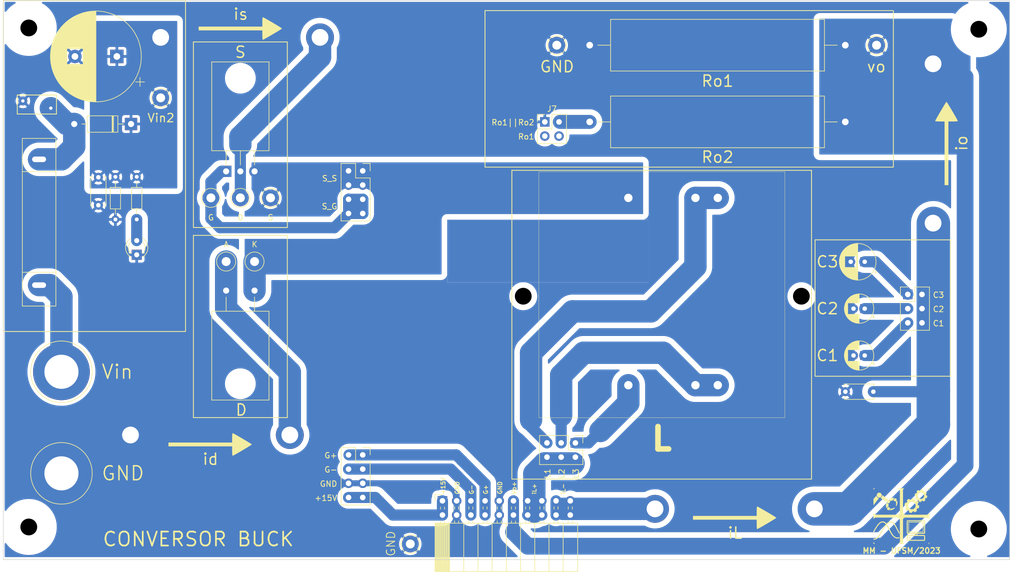
<source format=kicad_pcb>
(kicad_pcb (version 20221018) (generator pcbnew)
  (layers (0 "F.Cu" signal) (31 "B.Cu" signal) (34 "B.Paste" user) (35 "F.Paste" user) (36 "B.SilkS" user "B.Silkscreen") (37 "F.SilkS" user "F.Silkscreen") (38 "B.Mask" user) (39 "F.Mask" user) (44 "Edge.Cuts" user))
  (net 0 "")
  (net 1 "Net-(D1-K)")
  (net 2 "GND")
  (net 3 "Net-(J6-Pin_4)")
  (net 4 "Net-(J6-Pin_5)")
  (net 5 "IL-")
  (net 6 "Net-(D1-A)")
  (net 7 "Net-(D2-A)")
  (net 8 "Net-(J1-Pin_1)")
  (net 9 "15V_F")
  (net 10 "G+")
  (net 11 "IL+")
  (net 12 "Net-(J6-Pin_6)")
  (net 13 "Net-(J5-Pin_1)")
  (net 14 "Net-(J5-Pin_2)")
  (net 15 "Net-(J5-Pin_3)")
  (net 16 "switch_gate")
  (net 17 "Net-(D3-A)")
  (net 18 "Vo+")
  (net 19 "Net-(Q1-D)")
  (net 20 "G-")
  (net 21 "switch_source")
  (net 22 "Net-(J6-Pin_1)")
  (net 23 "Net-(J7-Pin_2)")
  (footprint "LED_THT:LED_D3.0mm" (layer "F.Cu") (at 38.862 60.475 90)
    (fp_text reference "D2" hide)
    (fp_text value "LED")
    (pad "1" thru_hole rect (at 0 0 90) (size 1.8 1.8) (drill 0.9) (layers "*.Cu" "*.Mask") (net 2 "GND"))
    (pad "2" thru_hole circle (at 2.54 0 90) (size 1.8 1.8) (drill 0.9) (layers "*.Cu" "*.Mask") (net 7 "Net-(D2-A)"))
  )
  (footprint "Library:Furo" (layer "F.Cu") (at 19.558 22.499)
    (fp_text reference "H1" hide)
    (fp_text value "MountingHole")
    (pad "" np_thru_hole circle (at 0 -2.6) (size 3 3) (drill 3) (layers "*.Mask") (clearance 3.5))
  )
  (footprint "Connector_PinHeader_2.54mm:PinHeader_2x02_P2.54mm_Vertical" (layer "F.Cu") (at 111.86 36.703)
    (fp_text reference "J7" (at 1.27 -2.33) (layer "F.SilkS"))
    (fp_text value "Conn_02x01")
    (pad "1" thru_hole rect (at 0 0) (size 1.7 1.7) (drill 1) (layers "*.Cu" "*.Mask") (net 2 "GND"))
    (pad "2" thru_hole oval (at 2.54 0) (size 1.7 1.7) (drill 1) (layers "*.Cu" "*.Mask") (net 23 "Net-(J7-Pin_2)"))
    (pad "3" thru_hole oval (at 0 2.54) (size 1.7 1.7) (drill 1) (layers "*.Cu" "*.Mask"))
    (pad "4" thru_hole oval (at 2.54 2.54) (size 1.7 1.7) (drill 1) (layers "*.Cu" "*.Mask"))
  )
  (footprint "Package_TO_SOT_THT:TO-220-2_Horizontal_TabDown" (layer "F.Cu") (at 59.94 66.8812 180)
    (fp_text reference "D3" hide)
    (fp_text value "D")
    (pad "" np_thru_hole oval (at 2.54 -16.66 180) (size 3.5 3.5) (drill 3.5) (layers "*.Cu" "*.Mask"))
    (pad "1" thru_hole rect (at 0 0 180) (size 2 2) (drill 1.1) (layers "*.Cu" "*.Mask") (net 21 "switch_source"))
    (pad "2" thru_hole oval (at 5.08 0 180) (size 2 2) (drill 1.1) (layers "*.Cu" "*.Mask") (net 17 "Net-(D3-A)"))
  )
  (footprint "TestPoint:TestPoint_Loop_D2.60mm_Drill1.6mm_Beaded" (layer "F.Cu") (at 52.132 50.292)
    (fp_text reference "TP5" hide)
    (fp_text value "TestPoint")
    (pad "1" thru_hole circle (at 0 0) (size 3 3) (drill 1.6) (layers "*.Cu" "*.Mask") (net 16 "switch_gate"))
  )
  (footprint "Capacitor_THT:CP_Radial_D5.0mm_P2.00mm" (layer "F.Cu") (at 169.07638 78.486 180)
    (fp_text reference "C5" hide)
    (fp_text value "4.7u")
    (pad "1" thru_hole rect (at 0 0 180) (size 1.6 1.6) (drill 0.8) (layers "*.Cu" "*.Mask") (net 12 "Net-(J6-Pin_6)"))
    (pad "2" thru_hole circle (at 2 0 180) (size 1.6 1.6) (drill 0.8) (layers "*.Cu" "*.Mask") (net 2 "GND"))
  )
  (footprint "LOGO" (layer "F.Cu") (at 57.45695 20)
    (fp_text reference "G***" hide)
    (fp_text value "LOGO" hide)
  )
  (footprint "Connector_PinHeader_2.54mm:PinHeader_2x03_P2.54mm_Vertical" (layer "F.Cu") (at 176.784 67.564)
    (fp_text reference "J6" hide)
    (fp_text value "Conn_02x03_Counter_Clockwise")
    (pad "1" thru_hole oval (at 2.54 5.08) (size 1.7 1.7) (drill 1) (layers "*.Cu" "*.Mask") (net 22 "Net-(J6-Pin_1)"))
    (pad "2" thru_hole oval (at 2.54 2.54) (size 1.7 1.7) (drill 1) (layers "*.Cu" "*.Mask") (net 22 "Net-(J6-Pin_1)"))
    (pad "3" thru_hole oval (at 2.54 0) (size 1.7 1.7) (drill 1) (layers "*.Cu" "*.Mask") (net 22 "Net-(J6-Pin_1)"))
    (pad "4" thru_hole rect (at 0 0) (size 1.7 1.7) (drill 1) (layers "*.Cu" "*.Mask") (net 3 "Net-(J6-Pin_4)"))
    (pad "5" thru_hole oval (at 0 2.54) (size 1.7 1.7) (drill 1) (layers "*.Cu" "*.Mask") (net 4 "Net-(J6-Pin_5)"))
    (pad "6" thru_hole oval (at 0 5.08) (size 1.7 1.7) (drill 1) (layers "*.Cu" "*.Mask") (net 12 "Net-(J6-Pin_6)"))
  )
  (footprint "TestPoint:TestPoint_Loop_D2.60mm_Drill1.6mm_Beaded" (layer "F.Cu") (at 62.8 50.292)
    (fp_text reference "TP6" hide)
    (fp_text value "TestPoint")
    (pad "1" thru_hole circle (at 0 0) (size 3 3) (drill 1.6) (layers "*.Cu" "*.Mask") (net 21 "switch_source"))
  )
  (footprint "Capacitor_THT:CP_Radial_D6.3mm_P2.50mm" (layer "F.Cu") (at 169.07638 61.722 180)
    (fp_text reference "C3" hide)
    (fp_text value "22u")
    (pad "1" thru_hole rect (at 0 0 180) (size 1.6 1.6) (drill 0.8) (layers "*.Cu" "*.Mask") (net 3 "Net-(J6-Pin_4)"))
    (pad "2" thru_hole circle (at 2.5 0 180) (size 1.6 1.6) (drill 0.8) (layers "*.Cu" "*.Mask") (net 2 "GND"))
  )
  (footprint "TestPoint:TestPoint_Loop_D2.60mm_Drill1.6mm_Beaded" (layer "F.Cu") (at 171.2 22.987)
    (fp_text reference "TP12" hide)
    (fp_text value "TestPoint")
    (pad "1" thru_hole circle (at 0 0) (size 3 3) (drill 1.6) (layers "*.Cu" "*.Mask") (net 18 "Vo+"))
  )
  (footprint "TestPoint:TestPoint_Loop_D2.60mm_Drill1.6mm_Beaded" (layer "F.Cu") (at 57.4 50.292)
    (fp_text reference "TP4" hide)
    (fp_text value "TestPoint")
    (pad "1" thru_hole circle (at 0 0) (size 3 3) (drill 1.6) (layers "*.Cu" "*.Mask") (net 19 "Net-(Q1-D)"))
  )
  (footprint "LOGO" (layer "F.Cu") (at 175.639881 107.2)
    (fp_text reference "G***" hide)
    (fp_text value "LOGO" hide)
  )
  (footprint "LOGO" (layer "F.Cu") (at 145.87895 107.518)
    (fp_text reference "G***" hide)
    (fp_text value "LOGO" hide)
  )
  (footprint "Connector:Banana_Jack_1Pin" (layer "F.Cu") (at 25.4 99.568)
    (fp_text reference "J2" hide)
    (fp_text value "Conn_01x01_Pin")
    (pad "1" thru_hole circle (at 0 0) (size 10.16 10.16) (drill 6.1) (layers "*.Cu" "*.Mask") (net 2 "GND"))
  )
  (footprint "Resistor_THT:R_Axial_Power_L38.0mm_W9.0mm_P45.72mm" (layer "F.Cu") (at 165.608 36.703 180)
    (fp_text reference "Ro2" (at 22.86 -6.297 180) (layer "F.SilkS") (effects (font (size 2 2) (thickness 0.25))))
    (fp_text value "22")
    (pad "1" thru_hole circle (at 0 0 180) (size 2.4 2.4) (drill 1.2) (layers "*.Cu" "*.Mask") (net 18 "Vo+"))
    (pad "2" thru_hole oval (at 45.72 0 180) (size 2.4 2.4) (drill 1.2) (layers "*.Cu" "*.Mask") (net 23 "Net-(J7-Pin_2)"))
  )
  (footprint "TestPoint:TestPoint_Loop_D2.60mm_Drill1.6mm_Beaded" (layer "F.Cu") (at 87.8 112.2)
    (fp_text reference "TP2" hide)
    (fp_text value "TestPoint")
    (pad "1" thru_hole circle (at 0 0) (size 3 3) (drill 1.6) (layers "*.Cu" "*.Mask") (net 2 "GND"))
  )
  (footprint "Resistor_THT:R_Axial_DIN0204_L3.6mm_D1.6mm_P7.62mm_Horizontal" (layer "F.Cu") (at 35.052 46.531 -90)
    (fp_text reference "R2" hide)
    (fp_text value "10k")
    (pad "1" thru_hole circle (at 0 0 270) (size 1.4 1.4) (drill 0.7) (layers "*.Cu" "*.Mask") (net 1 "Net-(D1-K)"))
    (pad "2" thru_hole oval (at 7.62 0 270) (size 1.4 1.4) (drill 0.7) (layers "*.Cu" "*.Mask") (net 2 "GND"))
  )
  (footprint "Connector_PinHeader_2.54mm:PinHeader_2x03_P2.54mm_Vertical" (layer "F.Cu") (at 117.325 94.125 -90)
    (fp_text reference "J5" hide)
    (fp_text value "Conn_02x03_Counter_Clockwise")
    (pad "1" thru_hole rect (at 0 0 270) (size 1.7 1.7) (drill 1) (layers "*.Cu" "*.Mask") (net 13 "Net-(J5-Pin_1)"))
    (pad "2" thru_hole oval (at 0 2.54 270) (size 1.7 1.7) (drill 1) (layers "*.Cu" "*.Mask") (net 14 "Net-(J5-Pin_2)"))
    (pad "3" thru_hole oval (at 0 5.08 270) (size 1.7 1.7) (drill 1) (layers "*.Cu" "*.Mask") (net 15 "Net-(J5-Pin_3)"))
    (pad "4" thru_hole oval (at 2.54 5.08 270) (size 1.7 1.7) (drill 1) (layers "*.Cu" "*.Mask") (net 11 "IL+"))
    (pad "5" thru_hole oval (at 2.54 2.54 270) (size 1.7 1.7) (drill 1) (layers "*.Cu" "*.Mask") (net 11 "IL+"))
    (pad "6" thru_hole oval (at 2.54 0 270) (size 1.7 1.7) (drill 1) (layers "*.Cu" "*.Mask") (net 11 "IL+"))
  )
  (footprint "Diode_THT:D_DO-41_SOD81_P10.16mm_Horizontal" (layer "F.Cu") (at 37.846 37.084 180)
    (fp_text reference "D1" hide)
    (fp_text value "1N4007")
    (pad "1" thru_hole rect (at 0 0 180) (size 2.2 2.2) (drill 1.1) (layers "*.Cu" "*.Mask") (net 1 "Net-(D1-K)"))
    (pad "2" thru_hole oval (at 10.16 0 180) (size 2.2 2.2) (drill 1.1) (layers "*.Cu" "*.Mask") (net 6 "Net-(D1-A)"))
  )
  (footprint "Library:Testpoint_current" (layer "F.Cu") (at 145.822 105.918)
    (fp_text reference "TP10" hide)
    (fp_text value "TestPoint_2Pole")
    (pad "1" thru_hole circle (at -14.25 0) (size 5 5) (drill 3) (layers "*.Cu" "*.Mask") (net 5 "IL-"))
    (pad "2" thru_hole circle (at 14.25 0) (size 5 5) (drill 3) (layers "*.Cu" "*.Mask") (net 22 "Net-(J6-Pin_1)"))
  )
  (footprint "Library:Testpoint_current" (layer "F.Cu") (at 52 92.71)
    (fp_text reference "TP9" hide)
    (fp_text value "TestPoint_2Pole")
    (pad "1" thru_hole circle (at -14.25 0) (size 5 5) (drill 3) (layers "*.Cu" "*.Mask") (net 2 "GND"))
    (pad "2" thru_hole circle (at 14.25 0) (size 5 5) (drill 3) (layers "*.Cu" "*.Mask") (net 17 "Net-(D3-A)"))
  )
  (footprint "LOGO" (layer "F.Cu") (at 183.7052 40.50625 90)
    (fp_text reference "G***" hide)
    (fp_text value "LOGO" hide)
  )
  (footprint "Capacitor_THT:C_Disc_D5.0mm_W2.5mm_P5.00mm" (layer "F.Cu") (at 170.621267 84.963 180)
    (fp_text reference "C6" hide)
    (fp_text value "100n")
    (pad "1" thru_hole circle (at 0 0 180) (size 1.6 1.6) (drill 0.8) (layers "*.Cu" "*.Mask") (net 22 "Net-(J6-Pin_1)"))
    (pad "2" thru_hole circle (at 5 0 180) (size 1.6 1.6) (drill 0.8) (layers "*.Cu" "*.Mask") (net 2 "GND"))
  )
  (footprint "Connector_PinSocket_2.54mm:PinSocket_2x10_P2.54mm_Horizontal" (layer "F.Cu") (at 93.55 104.484 90)
    (fp_text reference "J4" hide)
    (fp_text value "Conn_02x10_Odd_Even")
    (pad "1" thru_hole rect (at 0 0 90) (size 1.7 1.7) (drill 1) (layers "*.Cu" "*.Mask") (net 9 "15V_F"))
    (pad "2" thru_hole oval (at -2.54 0 90) (size 1.7 1.7) (drill 1) (layers "*.Cu" "*.Mask") (net 9 "15V_F"))
    (pad "3" thru_hole oval (at 0 2.54 90) (size 1.7 1.7) (drill 1) (layers "*.Cu" "*.Mask") (net 2 "GND"))
    (pad "4" thru_hole oval (at -2.54 2.54 90) (size 1.7 1.7) (drill 1) (layers "*.Cu" "*.Mask") (net 2 "GND"))
    (pad "5" thru_hole oval (at 0 5.08 90) (size 1.7 1.7) (drill 1) (layers "*.Cu" "*.Mask") (net 20 "G-"))
    (pad "6" thru_hole oval (at -2.54 5.08 90) (size 1.7 1.7) (drill 1) (layers "*.Cu" "*.Mask") (net 20 "G-"))
    (pad "7" thru_hole oval (at 0 7.62 90) (size 1.7 1.7) (drill 1) (layers "*.Cu" "*.Mask") (net 10 "G+"))
    (pad "8" thru_hole oval (at -2.54 7.62 90) (size 1.7 1.7) (drill 1) (layers "*.Cu" "*.Mask") (net 10 "G+"))
    (pad "9" thru_hole oval (at 0 10.16 90) (size 1.7 1.7) (drill 1) (layers "*.Cu" "*.Mask") (net 2 "GND"))
    (pad "10" thru_hole oval (at -2.54 10.16 90) (size 1.7 1.7) (drill 1) (layers "*.Cu" "*.Mask") (net 2 "GND"))
    (pad "11" thru_hole oval (at 0 12.7 90) (size 1.7 1.7) (drill 1) (layers "*.Cu" "*.Mask") (net 18 "Vo+"))
    (pad "12" thru_hole oval (at -2.54 12.7 90) (size 1.7 1.7) (drill 1) (layers "*.Cu" "*.Mask") (net 18 "Vo+"))
    (pad "13" thru_hole oval (at 0 15.24 90) (size 1.7 1.7) (drill 1) (layers "*.Cu" "*.Mask") (net 11 "IL+"))
    (pad "14" thru_hole oval (at -2.54 15.24 90) (size 1.7 1.7) (drill 1) (layers "*.Cu" "*.Mask") (net 11 "IL+"))
    (pad "15" thru_hole oval (at 0 17.78 90) (size 1.7 1.7) (drill 1) (layers "*.Cu" "*.Mask") (net 11 "IL+"))
    (pad "16" thru_hole oval (at -2.54 17.78 90) (size 1.7 1.7) (drill 1) (layers "*.Cu" "*.Mask") (net 11 "IL+"))
    (pad "17" thru_hole oval (at 0 20.32 90) (size 1.7 1.7) (drill 1) (layers "*.Cu" "*.Mask") (net 5 "IL-"))
    (pad "18" thru_hole oval (at -2.54 20.32 90) (size 1.7 1.7) (drill 1) (layers "*.Cu" "*.Mask") (net 5 "IL-"))
    (pad "19" thru_hole oval (at 0 22.86 90) (size 1.7 1.7) (drill 1) (layers "*.Cu" "*.Mask") (net 5 "IL-"))
    (pad "20" thru_hole oval (at -2.54 22.86 90) (size 1.7 1.7) (drill 1) (layers "*.Cu" "*.Mask") (net 5 "IL-"))
  )
  (footprint "Library:Fuse" (layer "F.Cu") (at 21.4 68.9)
    (fp_text reference "F1" hide)
    (fp_text value "Fuse")
    (pad "1" thru_hole oval (at 0 -3) (size 4 2.5) (drill oval 2.5 1) (layers "*.Cu" "*.Mask") (net 8 "Net-(J1-Pin_1)"))
    (pad "2" thru_hole oval (at 0 -25.5) (size 4 2.5) (drill oval 2.5 1) (layers "*.Cu" "*.Mask") (net 6 "Net-(D1-A)"))
  )
  (footprint "Library:Furo" (layer "F.Cu") (at 19.558 111.76)
    (fp_text reference "H2" hide)
    (fp_text value "MountingHole")
    (pad "" np_thru_hole circle (at 0 -2.6) (size 3 3) (drill 3) (layers "*.Mask") (clearance 3.5))
  )
  (footprint "Library:Furo" (layer "F.Cu") (at 189.484 112.121)
    (fp_text reference "H4" hide)
    (fp_text value "MountingHole")
    (pad "" np_thru_hole circle (at 0 -2.6) (size 3 3) (drill 3) (layers "*.Mask") (clearance 3.5))
  )
  (footprint "Library:Testpoint_current" (layer "F.Cu") (at 181.3052 40.5632 90)
    (fp_text reference "TP11" hide)
    (fp_text value "TestPoint_2Pole")
    (pad "1" thru_hole circle (at -14.25 0 90) (size 5 5) (drill 3) (layers "*.Cu" "*.Mask") (net 22 "Net-(J6-Pin_1)"))
    (pad "2" thru_hole circle (at 14.25 0 90) (size 5 5) (drill 3) (layers "*.Cu" "*.Mask") (net 18 "Vo+"))
  )
  (footprint "TestPoint:TestPoint_Loop_D2.60mm_Drill1.6mm_Beaded" (layer "F.Cu") (at 59.94 61.684)
    (fp_text reference "TP7" hide)
    (fp_text value "TestPoint")
    (pad "1" thru_hole circle (at 0 0) (size 3 3) (drill 1.6) (layers "*.Cu" "*.Mask") (net 21 "switch_source"))
  )
  (footprint "Library:Inductor_buck" (layer "F.Cu") (at 105.6 67.6 -90)
    (fp_text reference "L1" hide)
    (fp_text value "L")
    (pad "1" thru_hole circle (at -17.3 -21.2 270) (size 3 3) (drill 1.5) (layers "*.Cu" "*.Mask" "Dwgs.User") (net 21 "switch_source"))
    (pad "2" thru_hole circle (at -17.3 -37.2 270) (size 3 3) (drill 1.5) (layers "*.Cu" "*.Mask") (net 15 "Net-(J5-Pin_3)"))
    (pad "2" thru_hole circle (at -17.3 -33.2 270) (size 3 3) (drill 1.5) (layers "*.Cu" "*.Mask") (net 15 "Net-(J5-Pin_3)"))
    (pad "3" thru_hole circle (at 16.2 -37.2 270) (size 3 3) (drill 1.5) (layers "*.Cu" "*.Mask") (net 14 "Net-(J5-Pin_2)"))
    (pad "3" thru_hole circle (at 16.2 -33.2 270) (size 3 3) (drill 1.5) (layers "*.Cu" "*.Mask") (net 14 "Net-(J5-Pin_2)"))
    (pad "4" thru_hole circle (at 16.2 -21.2 270) (size 3 3) (drill 1.5) (layers "*.Cu" "*.Mask") (net 13 "Net-(J5-Pin_1)"))
  )
  (footprint "Varistor:RV_Disc_D7mm_W3.4mm_P5mm" (layer "F.Cu") (at 23.5 34.25 180)
    (fp_text reference "RV1" hide)
    (fp_text value "Varistor")
    (pad "1" thru_hole circle (at 0 0 180) (size 1.6 1.6) (drill 0.6) (layers "*.Cu" "*.Mask") (net 6 "Net-(D1-A)"))
    (pad "2" thru_hole circle (at 5 1.3 180) (size 1.6 1.6) (drill 0.6) (layers "*.Cu" "*.Mask") (net 2 "GND"))
  )
  (footprint "Connector:Banana_Jack_1Pin" (layer "F.Cu") (at 25.4 81.4)
    (fp_text reference "J1" hide)
    (fp_text value "Conn_01x01_Pin")
    (pad "1" thru_hole circle (at 0 0) (size 10.16 10.16) (drill 6.1) (layers "*.Cu" "*.Mask") (net 8 "Net-(J1-Pin_1)"))
  )
  (footprint "TestPoint:TestPoint_Loop_D2.60mm_Drill1.6mm_Beaded" (layer "F.Cu") (at 114 22.987)
    (fp_text reference "TP13" hide)
    (fp_text value "TestPoint")
    (pad "1" thru_hole circle (at 0 0) (size 3 3) (drill 1.6) (layers "*.Cu" "*.Mask") (net 2 "GND"))
  )
  (footprint "Package_TO_SOT_THT:TO-220-3_Horizontal_TabDown" (layer "F.Cu") (at 54.86 45.552)
    (fp_text reference "Q1" hide)
    (fp_text value "IRF540N")
    (pad "" np_thru_hole oval (at 2.54 -16.66) (size 3.5 3.5) (drill 3.5) (layers "*.Cu" "*.Mask"))
    (pad "1" thru_hole rect (at 0 0) (size 1.905 2) (drill 1.1) (layers "*.Cu" "*.Mask") (net 16 "switch_gate"))
    (pad "2" thru_hole oval (at 2.54 0) (size 1.905 2) (drill 1.1) (layers "*.Cu" "*.Mask") (net 19 "Net-(Q1-D)"))
    (pad "3" thru_hole oval (at 5.08 0) (size 1.905 2) (drill 1.1) (layers "*.Cu" "*.Mask") (net 21 "switch_source"))
  )
  (footprint "Capacitor_THT:CP_Radial_D16.0mm_P7.50mm" (layer "F.Cu") (at 35.312755 25 180)
    (fp_text reference "C1" hide)
    (fp_text value "470u")
    (pad "1" thru_hole rect (at 0 0 180) (size 2.4 2.4) (drill 1.2) (layers "*.Cu" "*.Mask") (net 1 "Net-(D1-K)"))
    (pad "2" thru_hole circle (at 7.5 0 180) (size 2.4 2.4) (drill 1.2) (layers "*.Cu" "*.Mask") (net 2 "GND"))
  )
  (footprint "Library:Testpoint_current" (layer "F.Cu") (at 57.4 21.59)
    (fp_text reference "TP3" hide)
    (fp_text value "TestPoint_2Pole")
    (pad "1" thru_hole circle (at -14.25 0) (size 5 5) (drill 3) (layers "*.Cu" "*.Mask") (net 1 "Net-(D1-K)"))
    (pad "2" thru_hole circle (at 14.25 0) (size 5 5) (drill 3) (layers "*.Cu" "*.Mask") (net 19 "Net-(Q1-D)"))
  )
  (footprint "Capacitor_THT:C_Disc_D5.0mm_W2.5mm_P5.00mm" (layer "F.Cu") (at 32.004 46.611 -90)
    (fp_text reference "C2" hide)
    (fp_text value "100n")
    (pad "1" thru_hole circle (at 0 0 270) (size 1.6 1.6) (drill 0.8) (layers "*.Cu" "*.Mask") (net 1 "Net-(D1-K)"))
    (pad "2" thru_hole circle (at 5 0 270) (size 1.6 1.6) (drill 0.8) (layers "*.Cu" "*.Mask") (net 2 "GND"))
  )
  (footprint "Resistor_THT:R_Axial_Power_L38.0mm_W9.0mm_P45.72mm" (layer "F.Cu") (at 165.608 22.987 180)
    (fp_text reference "Ro1" (at 22.86 -6.413 180) (layer "F.SilkS") (effects (font (size 2 2) (thickness 0.25))))
    (fp_text value "22")
    (pad "1" thru_hole circle (at 0 0 180) (size 2.4 2.4) (drill 1.2) (layers "*.Cu" "*.Mask") (net 18 "Vo+"))
    (pad "2" thru_hole oval (at 45.72 0 180) (size 2.4 2.4) (drill 1.2) (layers "*.Cu" "*.Mask") (net 2 "GND"))
  )
  (footprint "LOGO" (layer "F.Cu") (at 52.05695 94.4)
    (fp_text reference "G***" hide)
    (fp_text value "LOGO" hide)
  )
  (footprint "Resistor_THT:R_Axial_DIN0204_L3.6mm_D1.6mm_P7.62mm_Horizontal" (layer "F.Cu") (at 38.862 46.531 -90)
    (fp_text reference "R1" hide)
    (fp_text value "1.5k")
    (pad "1" thru_hole circle (at 0 0 270) (size 1.4 1.4) (drill 0.7) (layers "*.Cu" "*.Mask") (net 1 "Net-(D1-K)"))
    (pad "2" thru_hole oval (at 7.62 0 270) (size 1.4 1.4) (drill 0.7) (layers "*.Cu" "*.Mask") (net 7 "Net-(D2-A)"))
  )
  (footprint "TestPoint:TestPoint_Loop_D2.60mm_Drill1.6mm_Beaded" (layer "F.Cu") (at 43.15 32.4)
    (fp_text reference "Vin2" (at 0.05 3.6) (layer "F.SilkS") (effects (font (size 1.5 1.5) (thickness 0.2))))
    (fp_text value "TestPoint")
    (pad "1" thru_hole circle (at 0 0) (size 3 3) (drill 1.6) (layers "*.Cu" "*.Mask") (net 1 "Net-(D1-K)"))
  )
  (footprint "Library:Furo" (layer "F.Cu") (at 157.75 70.485)
    (fp_text reference "H6" hide)
    (fp_text value "MountingHole")
    (pad "" np_thru_hole circle (at 0 -2.6) (size 3 3) (drill 3) (layers "*.Mask") (clearance 1))
  )
  (footprint "Library:Furo" (layer "F.Cu") (at 108 70.485)
    (fp_text reference "H5" hide)
    (fp_text value "MountingHole")
    (pad "" np_thru_hole circle (at 0 -2.6) (size 3 3) (drill 3) (layers "*.Mask") (clearance 1))
  )
  (footprint "Library:GateDriver" (layer "F.Cu") (at 79.29 96.266)
    (fp_text reference "J3" hide)
    (fp_text value "Conn_gatedriver")
    (pad "1" thru_hole oval (at -2.54 -50.8) (size 1.7 1.7) (drill 1) (layers "*.Cu" "*.Mask") (net 21 "switch_source"))
    (pad "1" thru_hole rect (at 0 -50.8) (size 1.7 1.7) (drill 1) (layers "*.Cu" "*.Mask") (net 21 "switch_source"))
    (pad "2" thru_hole oval (at -2.54 -48.26) (size 1.7 1.7) (drill 1) (layers "*.Cu" "*.Mask") (net 21 "switch_source"))
    (pad "2" thru_hole oval (at 0 -48.26) (size 1.7 1.7) (drill 1) (layers "*.Cu" "*.Mask") (net 21 "switch_source"))
    (pad "3" thru_hole oval (at -2.54 -45.72) (size 1.7 1.7) (drill 1) (layers "*.Cu" "*.Mask") (net 16 "switch_gate"))
    (pad "3" thru_hole oval (at 0 -45.72) (size 1.7 1.7) (drill 1) (layers "*.Cu" "*.Mask") (net 16 "switch_gate"))
    (pad "4" thru_hole oval (at -2.54 -43.18) (size 1.7 1.7) (drill 1) (layers "*.Cu" "*.Mask") (net 16 "switch_gate"))
    (pad "4" thru_hole oval (at 0 -43.18) (size 1.7 1.7) (drill 1) (layers "*.Cu" "*.Mask") (net 16 "switch_gate"))
    (pad "5" thru_hole oval (at -2.54 0) (size 1.7 1.7) (drill 1) (layers "*.Cu" "*.Mask") (net 10 "G+"))
    (pad "5" thru_hole rect (at 0 0) (size 1.7 1.7) (drill 1) (layers "*.Cu" "*.Mask") (net 10 "G+"))
    (pad "6" thru_hole oval (at -2.54 2.54) (size 1.7 1.7) (drill 1) (layers "*.Cu" "*.Mask") (net 20 "G-"))
    (pad "6" thru_hole oval (at 0 2.54) (size 1.7 1.7) (drill 1) (layers "*.Cu" "*.Mask") (net 20 "G-"))
    (pad "7" thru_hole oval (at -2.54 5.08) (size 1.7 1.7) (drill 1) (layers "*.Cu" "*.Mask") (net 2 "GND"))
    (pad "7" thru_hole oval (at 0 5.08) (size 1.7 1.7) (drill 1) (layers "*.Cu" "*.Mask") (net 2 "GND"))
    (pad "8" thru_hole oval (at -2.54 7.62) (size 1.7 1.7) (drill 1) (layers "*.Cu" "*.Mask") (net 9 "15V_F"))
    (pad "8" thru_hole oval (at 0 7.62) (size 1.7 1.7) (drill 1) (layers "*.Cu" "*.Mask") (net 9 "15V_F"))
  )
  (footprint "TestPoint:TestPoint_Loop_D2.60mm_Drill1.6mm_Beaded" (layer "F.Cu") (at 54.86 61.684)
    (fp_text reference "TP8" hide)
    (fp_text value "TestPoint")
    (pad "1" thru_hole circle (at 0 0) (size 3 3) (drill 1.6) (layers "*.Cu" "*.Mask") (net 17 "Net-(D3-A)"))
  )
  (footprint "Capacitor_THT:CP_Radial_D5.0mm_P2.00mm" (layer "F.Cu") (at 169.07638 70.104 180)
    (fp_text reference "C4" hide)
    (fp_text value "10u")
    (pad "1" thru_hole rect (at 0 0 180) (size 1.6 1.6) (drill 0.8) (layers "*.Cu" "*.Mask") (net 4 "Net-(J6-Pin_5)"))
    (pad "2" thru_hole circle (at 2 0 180) (size 1.6 1.6) (drill 0.8) (layers "*.Cu" "*.Mask") (net 2 "GND"))
  )
  (footprint "Library:Furo" (layer "F.Cu") (at 189.484 22.733)
    (fp_text reference "H3" hide)
    (fp_text value "MountingHole")
    (pad "" np_thru_hole circle (at 0 -2.6) (size 3 3) (drill 3) (layers "*.Mask") (clearance 3.5))
  )
  (gr_rect (start 101.16 16.8) (end 174.2 44.8) (stroke (width 0.15)) (fill none) (layer "F.SilkS"))
  (gr_rect (start 49 22.4) (end 65.8 55.6) (stroke (width 0.15)) (fill none) (layer "F.SilkS"))
  (gr_rect (start 49 57) (end 65.8 89.6) (stroke (width 0.15)) (fill none) (layer "F.SilkS"))
  (gr_rect (start 160.2 57.8) (end 184.4 82.2) (stroke (width 0.15)) (fill none) (layer "F.SilkS"))
  (gr_rect (start 15 15) (end 47.6 74.2) (stroke (width 0.15)) (fill none) (layer "F.SilkS"))
  (gr_rect (start 105.963579 45.363579) (end 159.564834 100.6) (stroke (width 0.15)) (fill none) (layer "F.SilkS"))
  (gr_rect (start 15 15) (end 195 115) (stroke (width 0.1)) (fill none) (layer "Edge.Cuts"))
  (gr_text "GND" (at 96.6525 103.4 90) (layer "F.SilkS") (effects (font (size 0.75 0.75)) (justify left bottom)))
  (gr_text "L3" (at 118.0125 100.6 90) (layer "F.SilkS") (effects (font (size 1 1)) (justify left bottom)))
  (gr_text "C2" (at 162.4 70.104) (layer "F.SilkS") (effects (font (size 2 2) (thickness 0.25))))
  (gr_text "L" (at 132.764206 93.4) (layer "F.SilkS") (effects (font (size 4 4) (thickness 1) bold)))
  (gr_text "L2" (at 115.4725 100.6 90) (layer "F.SilkS") (effects (font (size 1 1)) (justify left bottom)))
  (gr_text "S_G" (at 71.885714 52.4) (layer "F.SilkS") (effects (font (size 1 1)) (justify left bottom)))
  (gr_text "is" (at 56.001786 18.6) (layer "F.SilkS") (effects (font (size 2 2) (thickness 0.25)) (justify left bottom)))
  (gr_text "C2" (at 181.2 70.7915) (layer "F.SilkS") (effects (font (size 1 1)) (justify left bottom)))
  (gr_text "CONVERSOR BUCK" (at 32.6 112.8) (layer "F.SilkS") (effects (font (size 2.5 2.5) (thickness 0.3)) (justify left bottom)))
  (gr_text "io" (at 187.6 42.056653 90) (layer "F.SilkS") (effects (font (size 2 2) (thickness 0.25)) (justify left bottom)))
  (gr_text "C3" (at 162.4 61.722) (layer "F.SilkS") (effects (font (size 2 2) (thickness 0.25))))
  (gr_text "G-" (at 72.361905 99.4935) (layer "F.SilkS") (effects (font (size 1 1)) (justify left bottom)))
  (gr_text "D" (at 56.8125 54.4) (layer "F.SilkS") (effects (font (size 1 1)) (justify left bottom)))
  (gr_text "C1" (at 162.4 78.486) (layer "F.SilkS") (effects (font (size 2 2) (thickness 0.25))))
  (gr_text "GND" (at 104.2725 103.4 90) (layer "F.SilkS") (effects (font (size 0.75 0.75)) (justify left bottom)))
  (gr_text "S" (at 62.23631 54.4) (layer "F.SilkS") (effects (font (size 1 1)) (justify left bottom)))
  (gr_text "C3" (at 181.2 68.2515) (layer "F.SilkS") (effects (font (size 1 1)) (justify left bottom)))
  (gr_text "MM - UFSM/2023" (at 168.6 114) (layer "F.SilkS") (effects (font (size 1 1) (thickness 0.2) bold) (justify left bottom)))
  (gr_text "iL" (at 144.423786 111.4) (layer "F.SilkS") (effects (font (size 2 2) (thickness 0.25)) (justify left bottom)))
  (gr_text "GND" (at 36.4 99.568) (layer "F.SilkS") (effects (font (size 2.5 2.5) (thickness 0.25))))
  (gr_text "K" (at 59.3525 59.2) (layer "F.SilkS") (effects (font (size 1 1)) (justify left bottom)))
  (gr_text "GND" (at 71.552381 102.0335) (layer "F.SilkS") (effects (font (size 1 1)) (justify left bottom)))
  (gr_text "GND" (at 85.2 114.523215 90) (layer "F.SilkS") (effects (font (size 1.5 1.5)) (justify left bottom)))
  (gr_text "GND" (at 110.839881 28) (layer "F.SilkS") (effects (font (size 2 2) (thickness 0.25)) (justify left bottom)))
  (gr_text "Vin" (at 35.388095 81.4) (layer "F.SilkS") (effects (font (size 2.5 2.5) (thickness 0.25))))
  (gr_text "Ro1" (at 107 39.9305) (layer "F.SilkS") (effects (font (size 1 1)) (justify left bottom)))
  (gr_text "G" (at 51.5445 54.4) (layer "F.SilkS") (effects (font (size 1 1)) (justify left bottom)))
  (gr_text "D" (at 56.4 89.4) (layer "F.SilkS") (effects (font (size 2 2) (thickness 0.25)) (justify left bottom)))
  (gr_text "iL-" (at 115.6 103.4 90) (layer "F.SilkS") (effects (font (size 0.75 0.75)) (justify left bottom)))
  (gr_text "id" (at 50.506548 98.2) (layer "F.SilkS") (effects (font (size 2 2) (thickness 0.25)) (justify left bottom)))
  (gr_text "L1" (at 112.9325 100.6 90) (layer "F.SilkS") (effects (font (size 1 1)) (justify left bottom)))
  (gr_text "C1" (at 181.2 73.3315) (layer "F.SilkS") (effects (font (size 1 1)) (justify left bottom)))
  (gr_text "G-" (at 99.1925 103.4 90) (layer "F.SilkS") (effects (font (size 0.75 0.75)) (justify left bottom)))
  (gr_text "G+" (at 101.7325 103.4 90) (layer "F.SilkS") (effects (font (size 0.75 0.75)) (justify left bottom)))
  (gr_text "+15V" (at 94.1125 103.4 90) (layer "F.SilkS") (effects (font (size 0.75 0.75) (thickness 0.15) bold) (justify left bottom)))
  (gr_text "S_S" (at 71.933333 47.4) (layer "F.SilkS") (effects (font (size 1 1)) (justify left bottom)))
  (gr_text "iL+" (at 110.4 103.4 90) (layer "F.SilkS") (effects (font (size 0.7 0.75)) (justify left bottom)))
  (gr_text "+15V" (at 70.6 104.5735) (layer "F.SilkS") (effects (font (size 1 1)) (justify left bottom)))
  (gr_text "vo" (at 169.325595 28) (layer "F.SilkS") (effects (font (size 2 2) (thickness 0.25)) (justify left bottom)))
  (gr_text "A" (at 54.343929 59.2) (layer "F.SilkS") (effects (font (size 1 1)) (justify left bottom)))
  (gr_text "Vo+" (at 106.8125 103.4 90) (layer "F.SilkS") (effects (font (size 0.75 0.75)) (justify left bottom)))
  (gr_text "S" (at 56.2875 25.4) (layer "F.SilkS") (effects (font (size 2 2) (thickness 0.25)) (justify left bottom)))
  (gr_text "Ro1||Ro2" (at 102.238095 37.3905) (layer "F.SilkS") (effects (font (size 1 1)) (justify left bottom)))
  (gr_text "G+" (at 72.361905 96.9535) (layer "F.SilkS") (effects (font (size 1 1)) (justify left bottom)))
  (segment (start 176.784 67.534) (end 170.972 61.722) (width 2) (layer "B.Cu") (net 3))
  (segment (start 170.972 61.722) (end 169.07638 61.722) (width 2) (layer "B.Cu") (net 3))
  (segment (start 176.784 67.564) (end 176.784 67.534) (width 0.25) (layer "B.Cu") (net 3))
  (segment (start 176.784 70.104) (end 169.07638 70.104) (width 2) (layer "B.Cu") (net 4))
  (segment (start 131.572 105.918) (end 115.062 105.918) (width 4) (layer "B.Cu") (net 5))
  (segment (start 113.87 104.484) (end 113.87 107.024) (width 2) (layer "B.Cu") (net 5))
  (segment (start 21.4 43.4) (end 25.4 43.4) (width 4) (layer "B.Cu") (net 6))
  (segment (start 25.4 43.4) (end 27.686 41.114) (width 4) (layer "B.Cu") (net 6))
  (segment (start 26.334 37.084) (end 23.5 34.25) (width 4) (layer "B.Cu") (net 6))
  (segment (start 27.686 37.084) (end 26.334 37.084) (width 4) (layer "B.Cu") (net 6))
  (segment (start 27.686 41.114) (end 27.686 37.084) (width 4) (layer "B.Cu") (net 6))
  (segment (start 38.862 54.151) (end 38.862 57.935) (width 2) (layer "B.Cu") (net 7))
  (segment (start 23.3 65.9) (end 21.4 65.9) (width 4) (layer "B.Cu") (net 8))
  (segment (start 25.4 81.4) (end 25.4 68) (width 4) (layer "B.Cu") (net 8))
  (segment (start 25.4 68) (end 23.3 65.9) (width 4) (layer "B.Cu") (net 8))
  (segment (start 93.55 107.024) (end 84.672 107.024) (width 2) (layer "B.Cu") (net 9))
  (segment (start 93.55 107.024) (end 93.55 104.484) (width 2) (layer "B.Cu") (net 9))
  (segment (start 81.534 103.886) (end 76.75 103.886) (width 2) (layer "B.Cu") (net 9))
  (segment (start 84.672 107.024) (end 81.534 103.886) (width 2) (layer "B.Cu") (net 9))
  (segment (start 96.016 96.266) (end 76.836 96.266) (width 2) (layer "B.Cu") (net 10))
  (segment (start 97 97.25) (end 96.016 96.266) (width 2) (layer "B.Cu") (net 10))
  (segment (start 101.17 107.024) (end 101.17 101.424) (width 2) (layer "B.Cu") (net 10))
  (segment (start 101.17 101.424) (end 97 97.254) (width 2) (layer "B.Cu") (net 10))
  (segment (start 97 97.254) (end 97 97.25) (width 2) (layer "B.Cu") (net 10))
  (segment (start 111.81 97.79) (end 109.982 99.618) (width 4) (layer "B.Cu") (net 11))
  (segment (start 108.79 107.024) (end 111.33 107.024) (width 2) (layer "B.Cu") (net 11))
  (segment (start 117 97.79) (end 111.81 97.79) (width 4) (layer "B.Cu") (net 11))
  (segment (start 109.982 99.618) (end 109.982 106.426) (width 4) (layer "B.Cu") (net 11))
  (segment (start 176.784 72.644) (end 170.942 78.486) (width 2) (layer "B.Cu") (net 12))
  (segment (start 170.942 78.486) (end 169.07638 78.486) (width 2) (layer "B.Cu") (net 12))
  (segment (start 121.8 92) (end 126.8 87) (width 4) (layer "B.Cu") (net 13))
  (segment (start 126.8 87) (end 126.8 83.8) (width 4) (layer "B.Cu") (net 13))
  (segment (start 119.675 94.125) (end 121.8 92) (width 2) (layer "B.Cu") (net 13))
  (segment (start 117.325 94.125) (end 119.675 94.125) (width 2) (layer "B.Cu") (net 13))
  (segment (start 118.8 78) (end 133 78) (width 4) (layer "B.Cu") (net 14))
  (segment (start 133 78) (end 138.8 83.8) (width 4) (layer "B.Cu") (net 14))
  (segment (start 114.785 82.015) (end 118.8 78) (width 4) (layer "B.Cu") (net 14))
  (segment (start 114.785 94.125) (end 114.785 89.2) (width 2) (layer "B.Cu") (net 14))
  (segment (start 138.8 83.8) (end 142.8 83.8) (width 4) (layer "B.Cu") (net 14))
  (segment (start 114.785 89.2) (end 114.785 82.015) (width 4) (layer "B.Cu") (net 14))
  (segment (start 109.4 78) (end 116.8 70.6) (width 4) (layer "B.Cu") (net 15))
  (segment (start 138.8 62.6) (end 138.8 50.3) (width 4) (layer "B.Cu") (net 15))
  (segment (start 112.245 94.125) (end 109.4 91.28) (width 2) (layer "B.Cu") (net 15))
  (segment (start 138.8 50.3) (end 142.8 50.3) (width 4) (layer "B.Cu") (net 15))
  (segment (start 116.8 70.6) (end 130.8 70.6) (width 4) (layer "B.Cu") (net 15))
  (segment (start 130.8 70.6) (end 138.8 62.6) (width 4) (layer "B.Cu") (net 15))
  (segment (start 109.4 90) (end 109.4 78) (width 4) (layer "B.Cu") (net 15))
  (segment (start 109.4 91.28) (end 109.4 90) (width 2) (layer "B.Cu") (net 15))
  (segment (start 76.75 50.546) (end 79.29 53.086) (width 2) (layer "B.Cu") (net 16))
  (segment (start 54.016 45.552) (end 52.132 47.436) (width 2) (layer "B.Cu") (net 16))
  (segment (start 52.132 47.436) (end 52.132 50.292) (width 2) (layer "B.Cu") (net 16))
  (segment (start 74.23 55.626) (end 76.77 53.086) (width 2) (layer "B.Cu") (net 16))
  (segment (start 52.132 50.292) (end 52.2 50.36) (width 2) (layer "B.Cu") (net 16))
  (segment (start 76.77 50.546) (end 79.31 50.546) (width 2) (layer "B.Cu") (net 16))
  (segment (start 76.77 50.546) (end 76.77 53.086) (width 2) (layer "B.Cu") (net 16))
  (segment (start 54.356 45.552) (end 54.016 45.552) (width 2) (layer "B.Cu") (net 16))
  (segment (start 52.132 53.978) (end 53.78 55.626) (width 2) (layer "B.Cu") (net 16))
  (segment (start 52.132 50.36) (end 52.132 53.978) (width 2) (layer "B.Cu") (net 16))
  (segment (start 79.31 53.086) (end 76.77 53.086) (width 2) (layer "B.Cu") (net 16))
  (segment (start 79.31 50.546) (end 79.31 53.086) (width 2) (layer "B.Cu") (net 16))
  (segment (start 53.78 55.626) (end 74.23 55.626) (width 2) (layer "B.Cu") (net 16))
  (segment (start 66.25 81.49) (end 66.25 92.71) (width 4) (layer "B.Cu") (net 17))
  (segment (start 54.86 61.684) (end 54.86 70.1) (width 4) (layer "B.Cu") (net 17))
  (segment (start 54.86 70.1) (end 66.25 81.49) (width 4) (layer "B.Cu") (net 17))
  (segment (start 187.0329 98.0948) (end 187.0329 28.702) (width 3) (layer "B.Cu") (net 18))
  (segment (start 172.5277 112.6) (end 187.0329 98.0948) (width 3) (layer "B.Cu") (net 18))
  (segment (start 106.25 110.06) (end 108.79 112.6) (width 3) (layer "B.Cu") (net 18))
  (segment (start 106.25 104.484) (end 106.25 110.06) (width 2) (layer "B.Cu") (net 18))
  (segment (start 108.79 112.6) (end 172.5277 112.6) (width 3) (layer "B.Cu") (net 18))
  (segment (start 187.0329 28.702) (end 184.6441 26.3132) (width 3) (layer "B.Cu") (net 18))
  (segment (start 184.6441 26.3132) (end 181.3052 26.3132) (width 3) (layer "B.Cu") (net 18))
  (segment (start 57.4 39.374) (end 71.65 25.124) (width 4) (layer "B.Cu") (net 19))
  (segment (start 71.65 25.124) (end 71.65 21.59) (width 4) (layer "B.Cu") (net 19))
  (segment (start 57.4 40.8) (end 57.4 39.374) (width 4) (layer "B.Cu") (net 19))
  (segment (start 57.4 41.906) (end 57.4 50.292) (width 2) (layer "B.Cu") (net 19))
  (segment (start 94.996 98.806) (end 76.75 98.806) (width 2) (layer "B.Cu") (net 20))
  (segment (start 96.345 100.155) (end 94.996 98.806) (width 2) (layer "B.Cu") (net 20))
  (segment (start 98.63 107.024) (end 98.63 102.44) (width 2) (layer "B.Cu") (net 20))
  (segment (start 98.63 102.44) (end 95.082 98.892) (width 2) (layer "B.Cu") (net 20))
  (segment (start 59.94 61.684) (end 59.94 66.8812) (width 4) (layer "B.Cu") (net 21))
  (segment (start 181.356 84.7592) (end 181.1522 84.963) (width 2) (layer "B.Cu") (net 22))
  (segment (start 181.356 84.7592) (end 181.356 90.8431) (width 6) (layer "B.Cu") (net 22))
  (segment (start 181.1522 84.963) (end 170.621267 84.963) (width 2) (layer "B.Cu") (net 22))
  (segment (start 166.2811 105.918) (end 160.072 105.918) (width 6) (layer "B.Cu") (net 22))
  (segment (start 181.356 90.8431) (end 166.2811 105.918) (width 6) (layer "B.Cu") (net 22))
  (segment (start 181.356 84.7592) (end 181.356 54.864) (width 6) (layer "B.Cu") (net 22))
  (segment (start 119.888 36.703) (end 114.549 36.703) (width 2.5) (layer "B.Cu") (net 23))
  (zone (net 2) (net_name "GND") (layer "B.Cu") (priority 10) (connect_pads (clearance 1)) (min_thickness 0.25) (fill yes (thermal_gap 0.5) (thermal_bridge_width 0.5))
    (polygon (pts (xy 130.4 65.4) (xy 130.4 54.2) (xy 94.4 54.2) (xy 94.4 65.4)))
  )
  (zone (net 21) (net_name "switch_source") (layer "B.Cu") (priority 2) (connect_pads (clearance 1)) (min_thickness 0.25) (fill yes (thermal_gap 0.5) (thermal_bridge_width 0.5))
    (polygon (pts (xy 58.166 43.942) (xy 58.166 63.992) (xy 129.444 63.992) (xy 129.444 43.942)))
  )
  (zone (net 18) (net_name "Vo+") (layer "B.Cu") (priority 4) (connect_pads (clearance 0.7)) (min_thickness 0.25) (fill yes (thermal_gap 0.5) (thermal_bridge_width 0.5))
    (polygon (pts (xy 160.9471 42.545) (xy 187.9981 42.545) (xy 187.9981 18.24) (xy 160.9471 18.24)))
  )
  (zone (net 1) (net_name "Net-(D1-K)") (layer "B.Cu") (priority 3) (connect_pads (clearance 0.8)) (min_thickness 0.25) (fill yes (thermal_gap 0.5) (thermal_bridge_width 0.5))
    (polygon (pts (xy 30.48 18.65) (xy 30.48 48.604) (xy 46.12 48.604) (xy 46.12 18.65)))
  )
  (zone (net 2) (net_name "GND") (layer "B.Cu") (priority 1) (connect_pads (clearance 1)) (min_thickness 0.3) (fill yes (thermal_gap 0.5) (thermal_bridge_width 0.5) (island_removal_mode 1) (island_area_min 10))
    (polygon (pts (xy 15.24 15.24) (xy 15.24 114.554) (xy 197.587 114.554) (xy 197.587 15.24)))
  )
)
</source>
